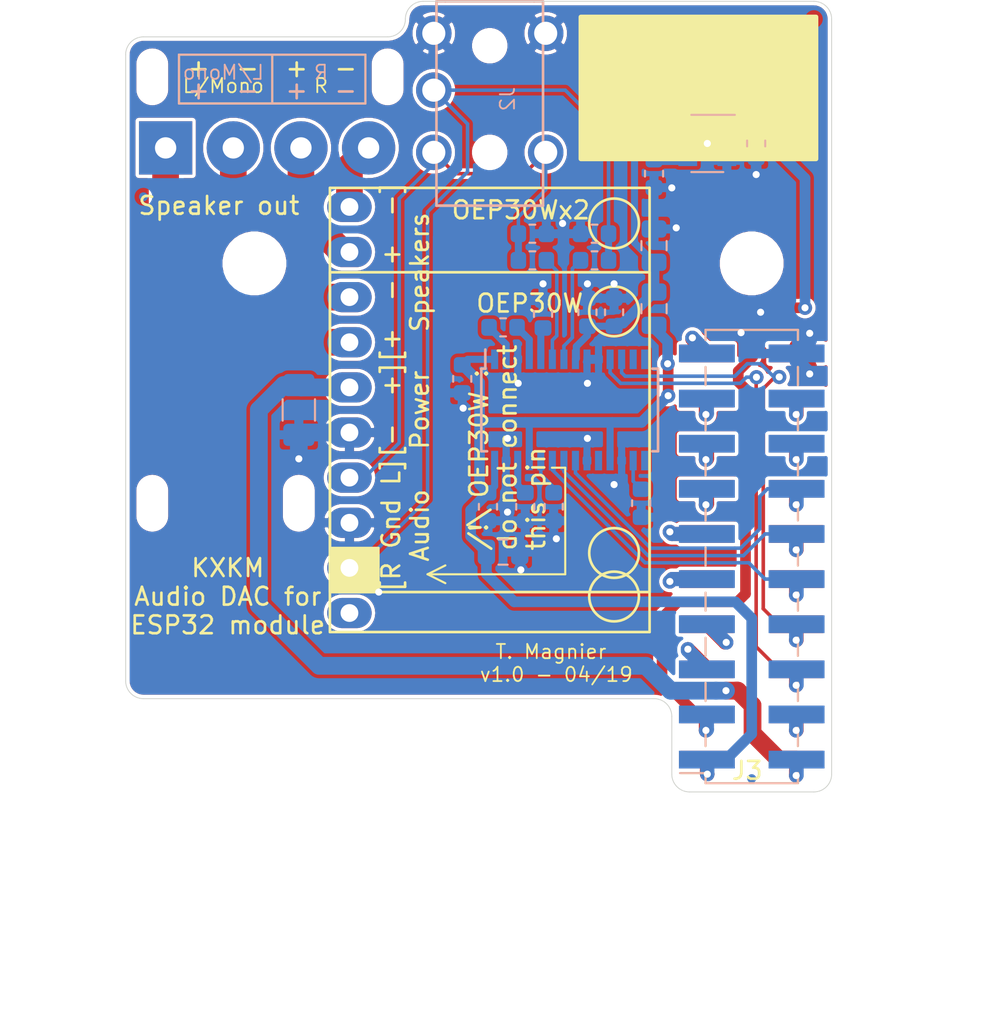
<source format=kicad_pcb>
(kicad_pcb (version 20171130) (host pcbnew 5.1.0)
  (title_block (title "Audio board for ESP32 module") (date 2019-04-09) (rev 1.0) (company KXKM) (comment 1 "Tom Magnier"))
  (layers (0 F.Cu signal hide) (31 B.Cu signal hide) (34 B.Paste user hide) (35 F.Paste user hide) (36 B.SilkS user hide) (37 F.SilkS user hide) (38 B.Mask user hide) (39 F.Mask user hide) (44 Edge.Cuts user))
  (net 0 "")
  (net 1 VBUS)
  (net 2 GND)
  (net 3 "Net-(C2-Pad2)")
  (net 4 +3V3)
  (net 5 +3.3VA)
  (net 6 "Net-(C9-Pad2)")
  (net 7 "Net-(C9-Pad1)")
  (net 8 "Net-(C10-Pad1)")
  (net 9 "Net-(C11-Pad1)")
  (net 10 /Audio/AUDIO_R)
  (net 11 /Audio/AUDIO_L)
  (net 12 +VSW)
  (net 13 /DMX_RO)
  (net 14 /LED_D2)
  (net 15 /DMX_DI)
  (net 16 /LED_D1)
  (net 17 /DMX_DE)
  (net 18 /I2S_LRCK)
  (net 19 /SPI_CS)
  (net 20 /I2S_DATA)
  (net 21 /SPI_MOSI)
  (net 22 /I2S_BCK)
  (net 23 /SPI_MISO)
  (net 24 /I2C_SCL)
  (net 25 /SPI_SCK)
  (net 26 /I2C_SDA)
  (net 27 /ADC)
  (net 28 +BATT)
  (net 29 "Net-(R1-Pad2)")
  (net 30 "Net-(R2-Pad2)")
  (net 31 /Audio/ADDR_1)
  (net 32 /Audio/ADDR_2)
  (net 33 "Net-(U2-Pad19)")
  (net 34 "Net-(U2-Pad15)")
  (net 35 "Net-(U2-Pad14)")
  (net 36 "Net-(U2-Pad13)")
  (net 37 "Net-(U4-Pad10)")
  (net 38 "Net-(J4-Pad4)")
  (net 39 "Net-(J4-Pad3)")
  (net 40 "Net-(J4-Pad2)")
  (net 41 "Net-(J4-Pad1)")
  (module tom_kicad_lib:Audio_amp_OEP30W (layer F.Cu) (at 157.5 96.75 270)
    (fp_text reference U3 hide)
    (fp_text value Audio_amp_OEP30W hide)
    (pad 4 smd circle (at -6.8 -7 270) (size 3.8 3.8) (layers F.Cu F.Paste F.Mask) (net 2 GND))
    (pad 4 smd circle (at 6.8 -7 270) (size 3.8 3.8) (layers F.Cu F.Paste F.Mask) (net 2 GND))
  )
  (module tom_kicad_lib:Audio_amp_OEP30Wx2 (layer F.Cu) (at 157.5 95.5 270)
    (fp_text reference U4 hide)
    (fp_text value Audio_amp_OEP30Wx2 hide)
    (pad 1 thru_hole oval (at -11.43 7.9 270) (size 1.7 2.5) (drill 1) (layers *.Cu *.Mask) (net 38 "Net-(J4-Pad4)"))
    (pad 2 thru_hole oval (at -8.89 7.9 270) (size 1.7 2.5) (drill 1) (layers *.Cu *.Mask) (net 39 "Net-(J4-Pad3)"))
    (pad 3 thru_hole oval (at -6.35 7.9 270) (size 1.7 2.5) (drill 1) (layers *.Cu *.Mask) (net 40 "Net-(J4-Pad2)"))
    (pad 4 thru_hole oval (at -3.81 7.9 270) (size 1.7 2.5) (drill 1) (layers *.Cu *.Mask) (net 41 "Net-(J4-Pad1)"))
    (pad 5 thru_hole oval (at -1.27 7.9 270) (size 1.7 2.5) (drill 1) (layers *.Cu *.Mask) (net 12 +VSW))
    (pad 6 thru_hole oval (at 1.27 7.9 270) (size 1.7 2.5) (drill 1) (layers *.Cu *.Mask) (net 2 GND))
    (pad 7 thru_hole oval (at 3.81 7.9 270) (size 1.7 2.5) (drill 1) (layers *.Cu *.Mask) (net 11 /Audio/AUDIO_L))
    (pad 8 thru_hole oval (at 6.35 7.9 270) (size 1.7 2.5) (drill 1) (layers *.Cu *.Mask) (net 2 GND))
    (pad 9 thru_hole oval (at 8.89 7.9 270) (size 1.7 2.5) (drill 1) (layers *.Cu *.Mask) (net 10 /Audio/AUDIO_R))
    (pad 10 thru_hole oval (at 11.43 7.9 270) (size 1.7 2.5) (drill 1) (layers *.Cu *.Mask) (net 37 "Net-(U4-Pad10)"))
    (pad 6 smd circle (at -10.5 -7 270) (size 3.8 3.8) (layers F.Cu F.Paste F.Mask) (net 2 GND))
    (pad 6 smd circle (at 10.5 -7 270) (size 3.8 3.8) (layers F.Cu F.Paste F.Mask) (net 2 GND))
  )
  (module Capacitor_SMD:C_0603_1608Metric (layer B.Cu) (at 158.25 90.85)
    (fp_text reference C9)
    (fp_text value 2.2uF/25V hide)
    (pad 2 smd roundrect (at 0.7875 0) (size 0.875 0.95) (layers B.Cu B.Paste B.Mask) (net 6 "Net-(C9-Pad2)"))
    (pad 1 smd roundrect (at -0.7875 0) (size 0.875 0.95) (layers B.Cu B.Paste B.Mask) (net 7 "Net-(C9-Pad1)"))
  )
  (module MountingHole:MountingHole_2.5mm (layer F.Cu) (at 138.5 100.75)
    (fp_text reference REF** hide)
    (fp_text value MountingHole_2.5mm hide)
    (pad "" np_thru_hole oval (at 0 0) (size 1.4 2.8) (drill oval 1.4 2.8) (layers *.Cu *.Mask))
  )
  (module MountingHole:MountingHole_2.5mm (layer F.Cu) (at 146.75 100.75)
    (fp_text reference REF** hide)
    (fp_text value MountingHole_2.5mm hide)
    (pad "" np_thru_hole oval (at 0 0) (size 1.4 2.8) (drill oval 1.4 2.8) (layers *.Cu *.Mask))
  )
  (module MountingHole:MountingHole_2.5mm (layer F.Cu) (at 138.5 76.75)
    (fp_text reference REF** hide)
    (fp_text value MountingHole_2.5mm hide)
    (pad "" np_thru_hole oval (at 0 0) (size 1.4 2.8) (drill oval 1.4 2.8) (layers *.Cu *.Mask))
  )
  (module Connector_Wire:SolderWirePad_1x04_P3.81mm_Drill1.2mm (layer F.Cu) (at 139.25 80.75)
    (fp_text reference J4 hide)
    (fp_text value Conn_01x04 hide)
    (pad 4 thru_hole circle (at 11.43 0) (size 2.99974 2.99974) (drill 1.19888) (layers *.Cu *.Mask) (net 38 "Net-(J4-Pad4)"))
    (pad 3 thru_hole circle (at 7.62 0) (size 2.99974 2.99974) (drill 1.19888) (layers *.Cu *.Mask) (net 39 "Net-(J4-Pad3)"))
    (pad 2 thru_hole circle (at 3.81 0) (size 2.99974 2.99974) (drill 1.19888) (layers *.Cu *.Mask) (net 40 "Net-(J4-Pad2)"))
    (pad 1 thru_hole rect (at 0 0) (size 2.99974 2.99974) (drill 1.19888) (layers *.Cu *.Mask) (net 41 "Net-(J4-Pad1)"))
  )
  (module MountingHole:MountingHole_2.5mm (layer F.Cu) (at 151.75 76.75)
    (fp_text reference REF** hide)
    (fp_text value MountingHole_2.5mm hide)
    (pad "" np_thru_hole oval (at 0 0) (size 1.4 2.8) (drill oval 1.4 2.8) (layers *.Cu *.Mask))
  )
  (module Fiducial:Fiducial_0.5mm_Mask1mm (layer B.Cu) (at 138 83.5)
    (fp_text reference FID3)
    (fp_text value Fiducial hide)
    (pad "" smd circle (at 0 0) (size 0.5 0.5) (layers B.Cu B.Mask) (clearance 0.25))
  )
  (module Fiducial:Fiducial_0.5mm_Mask1mm (layer B.Cu) (at 172.25 116.25)
    (fp_text reference FID2)
    (fp_text value Fiducial hide)
    (pad "" smd circle (at 0 0) (size 0.5 0.5) (layers B.Cu B.Mask) (clearance 0.25))
  )
  (module Fiducial:Fiducial_0.5mm_Mask1mm (layer B.Cu) (at 175.75 73.5)
    (fp_text reference FID1)
    (fp_text value Fiducial hide)
    (pad "" smd circle (at 0 0) (size 0.5 0.5) (layers B.Cu B.Mask) (clearance 0.25))
  )
  (module Inductor_SMD:L_0805_2012Metric (layer B.Cu) (at 166.75 89.8 270)
    (fp_text reference FB1)
    (fp_text value Ferrite/60R/3A hide)
    (pad 2 smd roundrect (at 0.9375 0 270) (size 0.975 1.4) (layers B.Cu B.Paste B.Mask) (net 4 +3V3))
    (pad 1 smd roundrect (at -0.9375 0 270) (size 0.975 1.4) (layers B.Cu B.Paste B.Mask) (net 5 +3.3VA))
  )
  (module Package_TO_SOT_SMD:SOT-23-5 (layer B.Cu) (at 169.75 80.5 180)
    (fp_text reference U1)
    (fp_text value DNP/TPS79133DBVR hide)
    (pad 5 smd rect (at 1.1 0.95 180) (size 1.06 0.65) (layers B.Cu B.Paste B.Mask) (net 5 +3.3VA))
    (pad 4 smd rect (at 1.1 -0.95 180) (size 1.06 0.65) (layers B.Cu B.Paste B.Mask) (net 3 "Net-(C2-Pad2)"))
    (pad 3 smd rect (at -1.1 -0.95 180) (size 1.06 0.65) (layers B.Cu B.Paste B.Mask) (net 2 GND))
    (pad 2 smd rect (at -1.1 0 180) (size 1.06 0.65) (layers B.Cu B.Paste B.Mask) (net 2 GND))
    (pad 1 smd rect (at -1.1 0.95 180) (size 1.06 0.65) (layers B.Cu B.Paste B.Mask) (net 1 VBUS))
  )
  (module Resistor_SMD:R_0603_1608Metric (layer B.Cu) (at 161.1 100.95 270)
    (fp_text reference R3)
    (fp_text value 10k hide)
    (pad 2 smd roundrect (at 0.7875 0 270) (size 0.875 0.95) (layers B.Cu B.Paste B.Mask) (net 2 GND))
    (pad 1 smd roundrect (at -0.7875 0 270) (size 0.875 0.95) (layers B.Cu B.Paste B.Mask) (net 31 /Audio/ADDR_1))
  )
  (module tom_kicad_lib:Jack_3.5mm_stereo_PJ-313D (layer B.Cu) (at 157.5 77 270)
    (fp_text reference J2 (at 1 -1 270) (layer B.SilkS) (effects (font (size 0.8 0.8) (thickness 0.1)) (justify mirror)))
    (fp_text value AudioJack2_Ground hide)
    (pad "" np_thru_hole circle (at -2 0 270) (size 1.6 1.6) (drill 1.6) (layers *.Cu *.Mask))
    (pad "" np_thru_hole circle (at 4 0 270) (size 1.6 1.6) (drill 1.6) (layers *.Cu *.Mask))
    (pad T thru_hole circle (at 4 -3.15 270) (size 2 2) (drill 1.3) (layers *.Cu *.Mask) (net 11 /Audio/AUDIO_L))
    (pad T thru_hole circle (at 4 3.15 270) (size 2 2) (drill 1.3) (layers *.Cu *.Mask) (net 11 /Audio/AUDIO_L))
    (pad S thru_hole circle (at 0.5 3.15 270) (size 2 2) (drill 1.3) (layers *.Cu *.Mask) (net 10 /Audio/AUDIO_R))
    (pad G thru_hole circle (at -2.7 -3.15 270) (size 2 2) (drill 1.3) (layers *.Cu *.Mask) (net 2 GND))
    (pad G thru_hole circle (at -2.7 3.15 270) (size 2 2) (drill 1.3) (layers *.Cu *.Mask) (net 2 GND))
  )
  (module Connector_PinHeader_2.54mm:PinHeader_2x10_P2.54mm_Vertical_SMD (layer B.Cu) (at 172.25 103.75)
    (fp_text reference J1 hide)
    (fp_text value Conn_02x10_Odd_Even hide)
    (pad 20 smd rect (at 2.525 -11.43) (size 3.15 1) (layers B.Cu B.Paste B.Mask) (net 2 GND))
    (pad 19 smd rect (at -2.525 -11.43) (size 3.15 1) (layers B.Cu B.Paste B.Mask) (net 13 /DMX_RO))
    (pad 18 smd rect (at 2.525 -8.89) (size 3.15 1) (layers B.Cu B.Paste B.Mask) (net 14 /LED_D2))
    (pad 17 smd rect (at -2.525 -8.89) (size 3.15 1) (layers B.Cu B.Paste B.Mask) (net 15 /DMX_DI))
    (pad 16 smd rect (at 2.525 -6.35) (size 3.15 1) (layers B.Cu B.Paste B.Mask) (net 16 /LED_D1))
    (pad 15 smd rect (at -2.525 -6.35) (size 3.15 1) (layers B.Cu B.Paste B.Mask) (net 17 /DMX_DE))
    (pad 14 smd rect (at 2.525 -3.81) (size 3.15 1) (layers B.Cu B.Paste B.Mask) (net 22 /I2S_BCK))
    (pad 13 smd rect (at -2.525 -3.81) (size 3.15 1) (layers B.Cu B.Paste B.Mask) (net 19 /SPI_CS))
    (pad 12 smd rect (at 2.525 -1.27) (size 3.15 1) (layers B.Cu B.Paste B.Mask) (net 20 /I2S_DATA))
    (pad 11 smd rect (at -2.525 -1.27) (size 3.15 1) (layers B.Cu B.Paste B.Mask) (net 21 /SPI_MOSI))
    (pad 10 smd rect (at 2.525 1.27) (size 3.15 1) (layers B.Cu B.Paste B.Mask) (net 18 /I2S_LRCK))
    (pad 9 smd rect (at -2.525 1.27) (size 3.15 1) (layers B.Cu B.Paste B.Mask) (net 23 /SPI_MISO))
    (pad 8 smd rect (at 2.525 3.81) (size 3.15 1) (layers B.Cu B.Paste B.Mask) (net 24 /I2C_SCL))
    (pad 7 smd rect (at -2.525 3.81) (size 3.15 1) (layers B.Cu B.Paste B.Mask) (net 25 /SPI_SCK))
    (pad 6 smd rect (at 2.525 6.35) (size 3.15 1) (layers B.Cu B.Paste B.Mask) (net 26 /I2C_SDA))
    (pad 5 smd rect (at -2.525 6.35) (size 3.15 1) (layers B.Cu B.Paste B.Mask) (net 27 /ADC))
    (pad 4 smd rect (at 2.525 8.89) (size 3.15 1) (layers B.Cu B.Paste B.Mask) (net 28 +BATT))
    (pad 3 smd rect (at -2.525 8.89) (size 3.15 1) (layers B.Cu B.Paste B.Mask) (net 1 VBUS))
    (pad 2 smd rect (at 2.525 11.43) (size 3.15 1) (layers B.Cu B.Paste B.Mask) (net 12 +VSW))
    (pad 1 smd rect (at -2.525 11.43) (size 3.15 1) (layers B.Cu B.Paste B.Mask) (net 4 +3V3))
  )
  (module Connector_PinSocket_2.54mm:PinSocket_2x10_P2.54mm_Vertical_SMD (layer F.Cu) (at 172.25 103.75 180)
    (fp_text reference J3 (at 0.25 -12.05 180) (layer F.SilkS))
    (fp_text value Conn_02x10_Odd_Even hide)
    (pad 20 smd rect (at -2.52 11.43 180) (size 3 1) (layers F.Cu F.Paste F.Mask) (net 2 GND))
    (pad 19 smd rect (at 2.52 11.43 180) (size 3 1) (layers F.Cu F.Paste F.Mask) (net 13 /DMX_RO))
    (pad 18 smd rect (at -2.52 8.89 180) (size 3 1) (layers F.Cu F.Paste F.Mask) (net 14 /LED_D2))
    (pad 17 smd rect (at 2.52 8.89 180) (size 3 1) (layers F.Cu F.Paste F.Mask) (net 15 /DMX_DI))
    (pad 16 smd rect (at -2.52 6.35 180) (size 3 1) (layers F.Cu F.Paste F.Mask) (net 16 /LED_D1))
    (pad 15 smd rect (at 2.52 6.35 180) (size 3 1) (layers F.Cu F.Paste F.Mask) (net 17 /DMX_DE))
    (pad 14 smd rect (at -2.52 3.81 180) (size 3 1) (layers F.Cu F.Paste F.Mask) (net 22 /I2S_BCK))
    (pad 13 smd rect (at 2.52 3.81 180) (size 3 1) (layers F.Cu F.Paste F.Mask) (net 19 /SPI_CS))
    (pad 12 smd rect (at -2.52 1.27 180) (size 3 1) (layers F.Cu F.Paste F.Mask) (net 20 /I2S_DATA))
    (pad 11 smd rect (at 2.52 1.27 180) (size 3 1) (layers F.Cu F.Paste F.Mask) (net 21 /SPI_MOSI))
    (pad 10 smd rect (at -2.52 -1.27 180) (size 3 1) (layers F.Cu F.Paste F.Mask) (net 18 /I2S_LRCK))
    (pad 9 smd rect (at 2.52 -1.27 180) (size 3 1) (layers F.Cu F.Paste F.Mask) (net 23 /SPI_MISO))
    (pad 8 smd rect (at -2.52 -3.81 180) (size 3 1) (layers F.Cu F.Paste F.Mask) (net 24 /I2C_SCL))
    (pad 7 smd rect (at 2.52 -3.81 180) (size 3 1) (layers F.Cu F.Paste F.Mask) (net 25 /SPI_SCK))
    (pad 6 smd rect (at -2.52 -6.35 180) (size 3 1) (layers F.Cu F.Paste F.Mask) (net 26 /I2C_SDA))
    (pad 5 smd rect (at 2.52 -6.35 180) (size 3 1) (layers F.Cu F.Paste F.Mask) (net 27 /ADC))
    (pad 4 smd rect (at -2.52 -8.89 180) (size 3 1) (layers F.Cu F.Paste F.Mask) (net 28 +BATT))
    (pad 3 smd rect (at 2.52 -8.89 180) (size 3 1) (layers F.Cu F.Paste F.Mask) (net 1 VBUS))
    (pad 2 smd rect (at -2.52 -11.43 180) (size 3 1) (layers F.Cu F.Paste F.Mask) (net 12 +VSW))
    (pad 1 smd rect (at 2.52 -11.43 180) (size 3 1) (layers F.Cu F.Paste F.Mask) (net 4 +3V3))
  )
  (module Capacitor_SMD:C_0603_1608Metric (layer B.Cu) (at 159.9 85.58)
    (fp_text reference C13)
    (fp_text value 2.2nF/C0G hide)
    (pad 2 smd roundrect (at 0.7875 0) (size 0.875 0.95) (layers B.Cu B.Paste B.Mask) (net 2 GND))
    (pad 1 smd roundrect (at -0.7875 0) (size 0.875 0.95) (layers B.Cu B.Paste B.Mask) (net 11 /Audio/AUDIO_L))
  )
  (module Capacitor_SMD:C_0603_1608Metric (layer B.Cu) (at 157.4 100.95 270)
    (fp_text reference C8)
    (fp_text value 0.1uF hide)
    (pad 2 smd roundrect (at 0.7875 0 270) (size 0.875 0.95) (layers B.Cu B.Paste B.Mask) (net 2 GND))
    (pad 1 smd roundrect (at -0.7875 0 270) (size 0.875 0.95) (layers B.Cu B.Paste B.Mask) (net 4 +3V3))
  )
  (module Capacitor_SMD:C_0805_2012Metric (layer B.Cu) (at 158.25 103.5)
    (fp_text reference C3)
    (fp_text value 10uF hide)
    (pad 2 smd roundrect (at 0.9375 0) (size 0.975 1.4) (layers B.Cu B.Paste B.Mask) (net 2 GND))
    (pad 1 smd roundrect (at -0.9375 0) (size 0.975 1.4) (layers B.Cu B.Paste B.Mask) (net 4 +3V3))
  )
  (module Capacitor_SMD:C_1206_3216Metric (layer B.Cu) (at 146.75 95.5 270)
    (fp_text reference C14)
    (fp_text value 10uF/50V hide)
    (pad 1 smd roundrect (at -1.4 0 270) (size 1.25 1.75) (layers B.Cu B.Paste B.Mask) (roundrect_rratio 0.2) (net 12 +VSW))
    (pad 2 smd roundrect (at 1.4 0 270) (size 1.25 1.75) (layers B.Cu B.Paste B.Mask) (roundrect_rratio 0.2) (net 2 GND))
  )
  (module Resistor_SMD:R_0603_1608Metric (layer B.Cu) (at 166.025 100.75 270)
    (fp_text reference R4)
    (fp_text value 10k hide)
    (pad 2 smd roundrect (at 0.7875 0 270) (size 0.875 0.95) (layers B.Cu B.Paste B.Mask) (net 2 GND))
    (pad 1 smd roundrect (at -0.7875 0 270) (size 0.875 0.95) (layers B.Cu B.Paste B.Mask) (net 32 /Audio/ADDR_2))
  )
  (module Package_SO:TSSOP-28_4.4x9.7mm_P0.65mm (layer B.Cu) (at 162 95.5 270)
    (fp_text reference U2)
    (fp_text value PCM5121 hide)
    (pad 28 smd rect (at 2.85 4.225 270) (size 1.1 0.4) (layers B.Cu B.Paste B.Mask) (net 4 +3V3))
    (pad 27 smd rect (at 2.85 3.575 270) (size 1.1 0.4) (layers B.Cu B.Paste B.Mask) (net 2 GND))
    (pad 26 smd rect (at 2.85 2.925 270) (size 1.1 0.4) (layers B.Cu B.Paste B.Mask) (net 9 "Net-(C11-Pad1)"))
    (pad 25 smd rect (at 2.85 2.275 270) (size 1.1 0.4) (layers B.Cu B.Paste B.Mask) (net 4 +3V3))
    (pad 24 smd rect (at 2.85 1.625 270) (size 1.1 0.4) (layers B.Cu B.Paste B.Mask) (net 31 /Audio/ADDR_1))
    (pad 23 smd rect (at 2.85 0.975 270) (size 1.1 0.4) (layers B.Cu B.Paste B.Mask) (net 18 /I2S_LRCK))
    (pad 22 smd rect (at 2.85 0.325 270) (size 1.1 0.4) (layers B.Cu B.Paste B.Mask) (net 20 /I2S_DATA))
    (pad 21 smd rect (at 2.85 -0.325 270) (size 1.1 0.4) (layers B.Cu B.Paste B.Mask) (net 22 /I2S_BCK))
    (pad 20 smd rect (at 2.85 -0.975 270) (size 1.1 0.4) (layers B.Cu B.Paste B.Mask) (net 2 GND))
    (pad 19 smd rect (at 2.85 -1.625 270) (size 1.1 0.4) (layers B.Cu B.Paste B.Mask) (net 33 "Net-(U2-Pad19)"))
    (pad 18 smd rect (at 2.85 -2.275 270) (size 1.1 0.4) (layers B.Cu B.Paste B.Mask) (net 4 +3V3))
    (pad 17 smd rect (at 2.85 -2.925 270) (size 1.1 0.4) (layers B.Cu B.Paste B.Mask) (net 2 GND))
    (pad 16 smd rect (at 2.85 -3.575 270) (size 1.1 0.4) (layers B.Cu B.Paste B.Mask) (net 32 /Audio/ADDR_2))
    (pad 15 smd rect (at 2.85 -4.225 270) (size 1.1 0.4) (layers B.Cu B.Paste B.Mask) (net 34 "Net-(U2-Pad15)"))
    (pad 14 smd rect (at -2.85 -4.225 270) (size 1.1 0.4) (layers B.Cu B.Paste B.Mask) (net 35 "Net-(U2-Pad14)"))
    (pad 13 smd rect (at -2.85 -3.575 270) (size 1.1 0.4) (layers B.Cu B.Paste B.Mask) (net 36 "Net-(U2-Pad13)"))
    (pad 12 smd rect (at -2.85 -2.925 270) (size 1.1 0.4) (layers B.Cu B.Paste B.Mask) (net 24 /I2C_SCL))
    (pad 11 smd rect (at -2.85 -2.275 270) (size 1.1 0.4) (layers B.Cu B.Paste B.Mask) (net 26 /I2C_SDA))
    (pad 10 smd rect (at -2.85 -1.625 270) (size 1.1 0.4) (layers B.Cu B.Paste B.Mask) (net 2 GND))
    (pad 9 smd rect (at -2.85 -0.975 270) (size 1.1 0.4) (layers B.Cu B.Paste B.Mask) (net 2 GND))
    (pad 8 smd rect (at -2.85 -0.325 270) (size 1.1 0.4) (layers B.Cu B.Paste B.Mask) (net 5 +3.3VA))
    (pad 7 smd rect (at -2.85 0.325 270) (size 1.1 0.4) (layers B.Cu B.Paste B.Mask) (net 30 "Net-(R2-Pad2)"))
    (pad 6 smd rect (at -2.85 0.975 270) (size 1.1 0.4) (layers B.Cu B.Paste B.Mask) (net 29 "Net-(R1-Pad2)"))
    (pad 5 smd rect (at -2.85 1.625 270) (size 1.1 0.4) (layers B.Cu B.Paste B.Mask) (net 8 "Net-(C10-Pad1)"))
    (pad 4 smd rect (at -2.85 2.275 270) (size 1.1 0.4) (layers B.Cu B.Paste B.Mask) (net 6 "Net-(C9-Pad2)"))
    (pad 3 smd rect (at -2.85 2.925 270) (size 1.1 0.4) (layers B.Cu B.Paste B.Mask) (net 2 GND))
    (pad 2 smd rect (at -2.85 3.575 270) (size 1.1 0.4) (layers B.Cu B.Paste B.Mask) (net 7 "Net-(C9-Pad1)"))
    (pad 1 smd rect (at -2.85 4.225 270) (size 1.1 0.4) (layers B.Cu B.Paste B.Mask) (net 4 +3V3))
  )
  (module Resistor_SMD:R_0603_1608Metric (layer B.Cu) (at 163.4 87.08 180)
    (fp_text reference R2)
    (fp_text value 470R/1% hide)
    (pad 1 smd roundrect (at -0.7875 0 180) (size 0.875 0.95) (layers B.Cu B.Paste B.Mask) (net 10 /Audio/AUDIO_R))
    (pad 2 smd roundrect (at 0.7875 0 180) (size 0.875 0.95) (layers B.Cu B.Paste B.Mask) (net 30 "Net-(R2-Pad2)"))
  )
  (module Resistor_SMD:R_0603_1608Metric (layer B.Cu) (at 159.9 87.08)
    (fp_text reference R1)
    (fp_text value 470R/1% hide)
    (pad 2 smd roundrect (at 0.7875 0) (size 0.875 0.95) (layers B.Cu B.Paste B.Mask) (net 29 "Net-(R1-Pad2)"))
    (pad 1 smd roundrect (at -0.7875 0) (size 0.875 0.95) (layers B.Cu B.Paste B.Mask) (net 11 /Audio/AUDIO_L))
  )
  (module Capacitor_SMD:C_0603_1608Metric (layer B.Cu) (at 163.4 85.58 180)
    (fp_text reference C12)
    (fp_text value 2.2nF/C0G hide)
    (pad 2 smd roundrect (at 0.7875 0 180) (size 0.875 0.95) (layers B.Cu B.Paste B.Mask) (net 2 GND))
    (pad 1 smd roundrect (at -0.7875 0 180) (size 0.875 0.95) (layers B.Cu B.Paste B.Mask) (net 10 /Audio/AUDIO_R))
  )
  (module Capacitor_SMD:C_0603_1608Metric (layer B.Cu) (at 159.5 100.95 270)
    (fp_text reference C11)
    (fp_text value 0.1uF hide)
    (pad 1 smd roundrect (at -0.7875 0 270) (size 0.875 0.95) (layers B.Cu B.Paste B.Mask) (net 9 "Net-(C11-Pad1)"))
    (pad 2 smd roundrect (at 0.7875 0 270) (size 0.875 0.95) (layers B.Cu B.Paste B.Mask) (net 2 GND))
  )
  (module Capacitor_SMD:C_0603_1608Metric (layer B.Cu) (at 160.5 90.1 90)
    (fp_text reference C10)
    (fp_text value 2.2uF/25V hide)
    (pad 2 smd roundrect (at 0.7875 0 90) (size 0.875 0.95) (layers B.Cu B.Paste B.Mask) (net 2 GND))
    (pad 1 smd roundrect (at -0.7875 0 90) (size 0.875 0.95) (layers B.Cu B.Paste B.Mask) (net 8 "Net-(C10-Pad1)"))
  )
  (module Capacitor_SMD:C_0603_1608Metric (layer B.Cu) (at 163 90 90)
    (fp_text reference C7)
    (fp_text value 0.1uF hide)
    (pad 2 smd roundrect (at 0.7875 0 90) (size 0.875 0.95) (layers B.Cu B.Paste B.Mask) (net 2 GND))
    (pad 1 smd roundrect (at -0.7875 0 90) (size 0.875 0.95) (layers B.Cu B.Paste B.Mask) (net 5 +3.3VA))
  )
  (module Capacitor_SMD:C_0603_1608Metric (layer B.Cu) (at 155.95 93.75 270)
    (fp_text reference C6)
    (fp_text value 0.1uF hide)
    (pad 2 smd roundrect (at 0.7875 0 270) (size 0.875 0.95) (layers B.Cu B.Paste B.Mask) (net 2 GND))
    (pad 1 smd roundrect (at -0.7875 0 270) (size 0.875 0.95) (layers B.Cu B.Paste B.Mask) (net 4 +3V3))
  )
  (module Capacitor_SMD:C_0805_2012Metric (layer B.Cu) (at 166.75 86.25 90)
    (fp_text reference C5)
    (fp_text value 10uF hide)
    (pad 2 smd roundrect (at 0.9375 0 90) (size 0.975 1.4) (layers B.Cu B.Paste B.Mask) (net 2 GND))
    (pad 1 smd roundrect (at -0.9375 0 90) (size 0.975 1.4) (layers B.Cu B.Paste B.Mask) (net 5 +3.3VA))
  )
  (module Capacitor_SMD:C_0603_1608Metric (layer B.Cu) (at 164.5 90 90)
    (fp_text reference C4)
    (fp_text value 1uF hide)
    (pad 2 smd roundrect (at 0.7875 0 90) (size 0.875 0.95) (layers B.Cu B.Paste B.Mask) (net 2 GND))
    (pad 1 smd roundrect (at -0.7875 0 90) (size 0.875 0.95) (layers B.Cu B.Paste B.Mask) (net 5 +3.3VA))
  )
  (module Capacitor_SMD:C_0603_1608Metric (layer B.Cu) (at 166.75 82.2 90)
    (fp_text reference C2)
    (fp_text value 10nF hide)
    (pad 2 smd roundrect (at 0.7875 0 90) (size 0.875 0.95) (layers B.Cu B.Paste B.Mask) (net 3 "Net-(C2-Pad2)"))
    (pad 1 smd roundrect (at -0.7875 0 90) (size 0.875 0.95) (layers B.Cu B.Paste B.Mask) (net 2 GND))
  )
  (module Capacitor_SMD:C_0603_1608Metric (layer B.Cu) (at 172.5 80.5 90)
    (fp_text reference C1)
    (fp_text value 0.1uF hide)
    (pad 2 smd roundrect (at 0.7875 0 90) (size 0.875 0.95) (layers B.Cu B.Paste B.Mask) (net 1 VBUS))
    (pad 1 smd roundrect (at -0.7875 0 90) (size 0.875 0.95) (layers B.Cu B.Paste B.Mask) (net 2 GND))
  )
  (module MountingHole:MountingHole_3.2mm_M3 (layer F.Cu) (at 172.25 87.25)
    (fp_text reference H2 hide)
    (fp_text value MountingHole hide)
    (pad 1 np_thru_hole circle (at 0 0) (size 3.2 3.2) (drill 3.2) (layers *.Cu *.Mask))
  )
  (module MountingHole:MountingHole_3.2mm_M3 (layer F.Cu) (at 144.25 87.25)
    (fp_text reference H1 hide)
    (fp_text value MountingHole hide)
    (pad 1 np_thru_hole circle (at 0 0) (size 3.2 3.2) (drill 3.2) (layers *.Cu *.Mask))
  )
  (gr_line (start 145.25 75.5) (end 140 75.5) (layer B.SilkS) (width 0.12))
  (gr_text "-  +  -  +" (at 145.25 77.5) (layer B.SilkS) (effects (font (size 1 1)) (justify mirror)))
  (gr_text L/Mono (at 142.5 76.5) (layer B.SilkS) (effects (font (size 0.8 0.8) (thickness 0.1)) (justify mirror)))
  (gr_line (start 140 75.5) (end 140 78.25) (layer B.SilkS) (width 0.12))
  (gr_line (start 145.25 75.5) (end 150.5 75.5) (layer B.SilkS) (width 0.12))
  (gr_line (start 150.5 75.5) (end 150.5 78.25) (layer B.SilkS) (width 0.12))
  (gr_line (start 145.25 78.25) (end 145.25 75.5) (layer B.SilkS) (width 0.12))
  (gr_text R (at 148 76.5) (layer B.SilkS) (effects (font (size 0.8 0.8) (thickness 0.1)) (justify mirror)))
  (gr_line (start 140 78.25) (end 150.5 78.25) (layer B.SilkS) (width 0.12))
  (gr_line (start 145.25 78.25) (end 150.5 78.25) (layer F.SilkS) (width 0.12))
  (gr_line (start 150.5 78.25) (end 150.5 75.5) (layer F.SilkS) (width 0.12))
  (gr_line (start 140 75.5) (end 150.5 75.5) (layer F.SilkS) (width 0.12))
  (gr_line (start 140 78.25) (end 140 75.5) (layer F.SilkS) (width 0.12))
  (gr_line (start 145.25 78.25) (end 140 78.25) (layer F.SilkS) (width 0.12))
  (gr_line (start 145.25 75.5) (end 145.25 78.25) (layer F.SilkS) (width 0.12))
  (gr_text R (at 148 77.25) (layer F.SilkS) (effects (font (size 0.8 0.8) (thickness 0.1))))
  (gr_text L/Mono (at 142.5 77.25) (layer F.SilkS) (effects (font (size 0.8 0.8) (thickness 0.1))))
  (gr_text "+  -  +  -" (at 145.25 76.25) (layer F.SilkS) (effects (font (size 1 1))))
  (gr_text "Speaker out" (at 142.25 84) (layer F.SilkS) (effects (font (size 1 1))))
  (gr_poly (pts (xy 148.5 105.75) (xy 148.5 103.25) (xy 151.25 103.25) (xy 151.25 105.75)) (layer F.SilkS) (width 0.1))
  (gr_line (start 154 104.75) (end 155 104.25) (layer F.SilkS) (width 0.12))
  (gr_line (start 154 104.75) (end 155 105.25) (layer F.SilkS) (width 0.12))
  (gr_line (start 161.75 104.75) (end 154 104.75) (layer F.SilkS) (width 0.12))
  (gr_line (start 161.75 98.75) (end 161.75 104.75) (layer F.SilkS) (width 0.12))
  (gr_line (start 161 98.75) (end 161.75 98.75) (layer F.SilkS) (width 0.12))
  (gr_text "/!\\ OEP30W :\ndo not connect\nthis pin" (at 158.5 103.5 90) (layer F.SilkS) (effects (font (size 1 1)) (justify left)))
  (gr_text "T. Magnier \nv1.0 - 04/19" (at 161.25 109.75) (layer F.SilkS) (effects (font (size 0.8 0.8) (thickness 0.1))))
  (gr_text "KXKM\nAudio DAC for\nESP32 module" (at 142.75 106) (layer F.SilkS) (effects (font (size 1 1))))
  (gr_text "[+  - +  -]\nSpeakers" (at 152.75 87.75 90) (layer F.SilkS) (effects (font (size 1 1))))
  (gr_text OEP30Wx2 (at 159.25 84.25) (layer F.SilkS) (effects (font (size 1 1))))
  (gr_text OEP30W (at 159.75 89.5) (layer F.SilkS) (effects (font (size 1 1))))
  (gr_text "[-  +]\nPower" (at 152.75 95.5 90) (layer F.SilkS) (effects (font (size 1 1))))
  (gr_text "[R Gnd L]\nAudio" (at 152.75 102 90) (layer F.SilkS) (effects (font (size 1 1))))
  (gr_line (start 151.75 74.5) (end 138 74.5) (layer Edge.Cuts) (width 0.05))
  (gr_arc (start 151.75 73.5) (end 151.75 74.5) (angle -90) (layer Edge.Cuts) (width 0.05))
  (gr_arc (start 153.75 73.5) (end 153.75 72.5) (angle -90) (layer Edge.Cuts) (width 0.05))
  (gr_line (start 176.75 116) (end 176.75 73.5) (layer Edge.Cuts) (width 0.05))
  (gr_arc (start 138 75.5) (end 138 74.5) (angle -90) (layer Edge.Cuts) (width 0.05))
  (gr_arc (start 138 110.75) (end 137 110.75) (angle -90) (layer Edge.Cuts) (width 0.05))
  (gr_arc (start 166.75 112.75) (end 167.75 112.75) (angle -90) (layer Edge.Cuts) (width 0.05))
  (gr_arc (start 168.75 116) (end 167.75 116) (angle -90) (layer Edge.Cuts) (width 0.05))
  (gr_arc (start 175.75 116) (end 175.75 117) (angle -90) (layer Edge.Cuts) (width 0.05))
  (gr_arc (start 175.75 73.5) (end 176.75 73.5) (angle -90) (layer Edge.Cuts) (width 0.05))
  (gr_line (start 168.75 117) (end 175.75 117) (layer Edge.Cuts) (width 0.05))
  (gr_line (start 167.75 112.75) (end 167.75 116) (layer Edge.Cuts) (width 0.05))
  (gr_line (start 138 111.75) (end 166.75 111.75) (layer Edge.Cuts) (width 0.05))
  (gr_line (start 137 75.5) (end 137 110.75) (layer Edge.Cuts) (width 0.05))
  (gr_line (start 175.75 72.5) (end 153.75 72.5) (layer Edge.Cuts) (width 0.05))
  (segment (start 172.3375 79.55) (end 172.5 79.7125) (width 0.6) (layer B.Cu) (net 1))
  (segment (start 170.85 79.55) (end 172.3375 79.55) (width 0.6) (layer B.Cu) (net 1))
  (via (at 175.250008 89.75) (size 0.8) (drill 0.4) (layers F.Cu B.Cu) (net 1))
  (segment (start 168.1 106.3) (end 171.45 106.3) (width 0.6) (layer F.Cu) (net 1))
  (segment (start 174.434299 89.75) (end 174.684323 89.75) (width 0.6) (layer F.Cu) (net 1))
  (segment (start 174.684323 89.75) (end 175.250008 89.75) (width 0.6) (layer F.Cu) (net 1))
  (segment (start 169.14 112.64) (end 167.2 110.7) (width 0.6) (layer F.Cu) (net 1))
  (segment (start 172.3 92.512132) (end 172.3 91.884299) (width 0.6) (layer F.Cu) (net 1))
  (segment (start 175.250008 89.184315) (end 175.250008 89.75) (width 0.6) (layer B.Cu) (net 1))
  (segment (start 172.3 91.884299) (end 174.434299 89.75) (width 0.6) (layer F.Cu) (net 1))
  (segment (start 172.5 79.7125) (end 175.250008 82.462508) (width 0.6) (layer B.Cu) (net 1))
  (segment (start 171.45 106.3) (end 171.89999 105.85001) (width 0.6) (layer F.Cu) (net 1))
  (segment (start 167.2 107.2) (end 168.1 106.3) (width 0.6) (layer F.Cu) (net 1))
  (segment (start 169.73 112.64) (end 169.14 112.64) (width 0.6) (layer F.Cu) (net 1))
  (segment (start 175.250008 82.462508) (end 175.250008 89.184315) (width 0.6) (layer B.Cu) (net 1))
  (segment (start 171.492131 93.320001) (end 172.3 92.512132) (width 0.6) (layer F.Cu) (net 1))
  (segment (start 171.89999 94.315728) (end 171.492131 93.907869) (width 0.6) (layer F.Cu) (net 1))
  (segment (start 171.89999 105.85001) (end 171.89999 94.315728) (width 0.6) (layer F.Cu) (net 1))
  (segment (start 167.2 110.7) (end 167.2 107.2) (width 0.6) (layer F.Cu) (net 1))
  (segment (start 171.492131 93.907869) (end 171.492131 93.320001) (width 0.6) (layer F.Cu) (net 1))
  (via (at 169.672 113.538) (size 0.8) (drill 0.4) (layers F.Cu B.Cu) (net 1))
  (segment (start 169.725 112.64) (end 169.725 113.485) (width 0.8) (layer B.Cu) (net 1))
  (segment (start 169.725 113.485) (end 169.672 113.538) (width 0.8) (layer B.Cu) (net 1))
  (segment (start 169.672 112.698) (end 169.73 112.64) (width 0.8) (layer F.Cu) (net 1))
  (segment (start 169.672 113.538) (end 169.672 112.698) (width 0.8) (layer F.Cu) (net 1))
  (segment (start 154.722003 79.300001) (end 152.949999 79.300001) (width 0.4) (layer B.Cu) (net 2))
  (segment (start 155.5 81.922002) (end 155.750001 81.672001) (width 0.4) (layer B.Cu) (net 2))
  (segment (start 153.000011 84.499989) (end 155.5 82) (width 0.4) (layer B.Cu) (net 2))
  (segment (start 155.5 82) (end 155.5 81.922002) (width 0.4) (layer B.Cu) (net 2))
  (segment (start 155.750001 80.327999) (end 154.722003 79.300001) (width 0.4) (layer B.Cu) (net 2))
  (segment (start 155.750001 81.672001) (end 155.750001 80.327999) (width 0.4) (layer B.Cu) (net 2))
  (segment (start 153.000011 100.099989) (end 153.000011 98.250011) (width 0.4) (layer B.Cu) (net 2))
  (segment (start 151.25 101.85) (end 153.000011 100.099989) (width 0.4) (layer B.Cu) (net 2))
  (segment (start 149.6 101.85) (end 151.25 101.85) (width 0.4) (layer B.Cu) (net 2))
  (segment (start 153.000011 98.250011) (end 153.000011 84.499989) (width 0.4) (layer B.Cu) (net 2))
  (segment (start 153.000891 103.999109) (end 151.25 105.75) (width 0.2) (layer B.Cu) (net 2))
  (via (at 151.25 105.75) (size 0.8) (drill 0.4) (layers F.Cu B.Cu) (net 2))
  (segment (start 146.88 96.77) (end 146.75 96.9) (width 1) (layer B.Cu) (net 2))
  (segment (start 149.6 96.77) (end 146.88 96.77) (width 1) (layer B.Cu) (net 2))
  (via (at 146.75 98.25) (size 0.8) (drill 0.4) (layers F.Cu B.Cu) (net 2))
  (segment (start 146.75 96.9) (end 146.75 98.25) (width 1) (layer B.Cu) (net 2))
  (via (at 161.25 102.75) (size 0.8) (drill 0.4) (layers F.Cu B.Cu) (net 2))
  (segment (start 161.1 101.7375) (end 161.1 102.6) (width 0.4) (layer B.Cu) (net 2))
  (segment (start 161.1 102.6) (end 161.25 102.75) (width 0.4) (layer B.Cu) (net 2))
  (segment (start 159.1875 104.4375) (end 159.25 104.5) (width 0.4) (layer B.Cu) (net 2))
  (segment (start 159.1875 103.5) (end 159.1875 104.4375) (width 0.4) (layer B.Cu) (net 2))
  (via (at 159.25 104.5) (size 0.8) (drill 0.4) (layers F.Cu B.Cu) (net 2))
  (via (at 158.5 101.250004) (size 0.8) (drill 0.4) (layers F.Cu B.Cu) (net 2))
  (segment (start 158.425 98.35) (end 158.425 101.175004) (width 0.4) (layer B.Cu) (net 2))
  (segment (start 158.425 101.175004) (end 158.5 101.250004) (width 0.4) (layer B.Cu) (net 2))
  (via (at 156 95.4) (size 0.8) (drill 0.4) (layers F.Cu B.Cu) (net 2))
  (segment (start 155.95 94.5375) (end 155.95 95.35) (width 0.4) (layer B.Cu) (net 2))
  (segment (start 155.95 95.35) (end 156 95.4) (width 0.4) (layer B.Cu) (net 2))
  (via (at 159.1 94) (size 0.8) (drill 0.4) (layers F.Cu B.Cu) (net 2))
  (segment (start 159.075 92.65) (end 159.075 93.975) (width 0.4) (layer B.Cu) (net 2))
  (segment (start 159.075 93.975) (end 159.1 94) (width 0.4) (layer B.Cu) (net 2))
  (via (at 158.5 97.1) (size 0.8) (drill 0.4) (layers F.Cu B.Cu) (net 2))
  (segment (start 158.425 98.35) (end 158.425 97.175) (width 0.4) (layer B.Cu) (net 2))
  (segment (start 158.425 97.175) (end 158.5 97.1) (width 0.4) (layer B.Cu) (net 2))
  (via (at 163 94) (size 0.8) (drill 0.4) (layers F.Cu B.Cu) (net 2))
  (segment (start 162.975 92.65) (end 162.975 93.975) (width 0.4) (layer B.Cu) (net 2))
  (segment (start 162.975 93.975) (end 163 94) (width 0.4) (layer B.Cu) (net 2))
  (via (at 163 97.1) (size 0.8) (drill 0.4) (layers F.Cu B.Cu) (net 2))
  (segment (start 162.975 98.35) (end 162.975 97.125) (width 0.2) (layer B.Cu) (net 2))
  (segment (start 162.975 97.125) (end 163 97.1) (width 0.2) (layer B.Cu) (net 2))
  (via (at 160.5 88.4) (size 0.8) (drill 0.4) (layers F.Cu B.Cu) (net 2))
  (segment (start 160.5 89.3125) (end 160.5 88.4) (width 0.4) (layer B.Cu) (net 2))
  (segment (start 158.27499 82.001012) (end 158.700001 81.576001) (width 0.4) (layer B.Cu) (net 2))
  (segment (start 159.1 89.4) (end 158.27499 88.57499) (width 0.4) (layer B.Cu) (net 2))
  (segment (start 160.5 89.3125) (end 160.4125 89.4) (width 0.4) (layer B.Cu) (net 2))
  (segment (start 158.27499 88.57499) (end 158.27499 82.001012) (width 0.4) (layer B.Cu) (net 2))
  (segment (start 160.4125 89.4) (end 159.1 89.4) (width 0.4) (layer B.Cu) (net 2))
  (via (at 163 88.4) (size 0.8) (drill 0.4) (layers F.Cu B.Cu) (net 2))
  (segment (start 163 89.2125) (end 163 88.4) (width 0.4) (layer B.Cu) (net 2))
  (via (at 164.5 88.4) (size 0.8) (drill 0.4) (layers F.Cu B.Cu) (net 2))
  (segment (start 164.5 89.2125) (end 164.5 88.4) (width 0.4) (layer B.Cu) (net 2))
  (via (at 161.6 85) (size 0.8) (drill 0.4) (layers F.Cu B.Cu) (net 2))
  (segment (start 160.6875 85.58) (end 161.02 85.58) (width 0.4) (layer B.Cu) (net 2))
  (segment (start 161.6 85) (end 161.6 87) (width 0.2) (layer B.Cu) (net 2))
  (segment (start 161.6 87) (end 161.7 87.1) (width 0.2) (layer B.Cu) (net 2))
  (segment (start 161.7 87.1) (end 161.7 91.1) (width 0.2) (layer B.Cu) (net 2))
  (segment (start 161.6 85.58) (end 161.6 85) (width 0.4) (layer B.Cu) (net 2))
  (segment (start 162.6125 85.58) (end 161.6 85.58) (width 0.4) (layer B.Cu) (net 2))
  (segment (start 162.5 79.25) (end 162.5 84.1) (width 0.4) (layer B.Cu) (net 2))
  (segment (start 162 78.75) (end 162.5 79.25) (width 0.4) (layer B.Cu) (net 2))
  (segment (start 158.700001 81.576001) (end 158.700001 79.700001) (width 0.4) (layer B.Cu) (net 2))
  (segment (start 159.650002 78.75) (end 162 78.75) (width 0.4) (layer B.Cu) (net 2))
  (segment (start 158.700001 79.700001) (end 159.650002 78.75) (width 0.4) (layer B.Cu) (net 2))
  (segment (start 161.6 85) (end 162.5 84.1) (width 0.2) (layer B.Cu) (net 2))
  (segment (start 161.6 85.58) (end 160.6875 85.58) (width 0.2) (layer B.Cu) (net 2))
  (via (at 164.5 99.7) (size 0.8) (drill 0.4) (layers F.Cu B.Cu) (net 2))
  (segment (start 164.925 98.35) (end 164.925 99.275) (width 0.4) (layer B.Cu) (net 2))
  (segment (start 164.925 99.275) (end 164.5 99.7) (width 0.4) (layer B.Cu) (net 2))
  (segment (start 164.899999 88.000001) (end 164.5 88.4) (width 0.4) (layer B.Cu) (net 2))
  (segment (start 165.02501 79.52501) (end 165.02501 87.87499) (width 0.4) (layer B.Cu) (net 2))
  (segment (start 161.700001 76.200001) (end 165.02501 79.52501) (width 0.4) (layer B.Cu) (net 2))
  (segment (start 154.35 74.3) (end 156.250001 76.200001) (width 0.4) (layer B.Cu) (net 2))
  (segment (start 165.02501 87.87499) (end 164.899999 88.000001) (width 0.4) (layer B.Cu) (net 2))
  (segment (start 156.250001 76.200001) (end 161.700001 76.200001) (width 0.4) (layer B.Cu) (net 2))
  (segment (start 166.75 82.9875) (end 167.7375 82.9875) (width 0.4) (layer B.Cu) (net 2))
  (via (at 167.75 83) (size 0.8) (drill 0.4) (layers F.Cu B.Cu) (net 2))
  (segment (start 167.7375 82.9875) (end 167.75 83) (width 0.4) (layer B.Cu) (net 2))
  (segment (start 166.75 85.3125) (end 167.9375 85.3125) (width 0.4) (layer B.Cu) (net 2))
  (via (at 168 85.25) (size 0.8) (drill 0.4) (layers F.Cu B.Cu) (net 2))
  (segment (start 167.9375 85.3125) (end 168 85.25) (width 0.4) (layer B.Cu) (net 2))
  (via (at 172.5 82.25) (size 0.8) (drill 0.4) (layers F.Cu B.Cu) (net 2))
  (segment (start 172.5 81.2875) (end 172.5 82.25) (width 0.6) (layer B.Cu) (net 2))
  (via (at 169.75 80.5) (size 0.8) (drill 0.4) (layers F.Cu B.Cu) (net 2))
  (segment (start 170.85 80.5) (end 169.75 80.5) (width 0.6) (layer B.Cu) (net 2))
  (segment (start 172.57 92.32) (end 171.649998 91.399998) (width 0.2) (layer B.Cu) (net 2))
  (segment (start 174.775 92.32) (end 172.57 92.32) (width 0.2) (layer B.Cu) (net 2))
  (via (at 175.514 93.472) (size 0.8) (drill 0.4) (layers F.Cu B.Cu) (net 2))
  (segment (start 174.775 92.32) (end 174.775 92.733) (width 0.8) (layer B.Cu) (net 2))
  (segment (start 174.775 92.733) (end 175.514 93.472) (width 0.8) (layer B.Cu) (net 2))
  (segment (start 175.514 93.064) (end 174.77 92.32) (width 0.8) (layer F.Cu) (net 2))
  (segment (start 175.514 93.472) (end 175.514 93.064) (width 0.8) (layer F.Cu) (net 2))
  (via (at 175.514 91.186) (size 0.8) (drill 0.4) (layers F.Cu B.Cu) (net 2))
  (segment (start 174.77 92.32) (end 174.77 91.93) (width 0.8) (layer F.Cu) (net 2))
  (segment (start 174.77 91.93) (end 175.514 91.186) (width 0.8) (layer F.Cu) (net 2))
  (segment (start 175.514 91.581) (end 174.775 92.32) (width 0.8) (layer B.Cu) (net 2))
  (segment (start 175.514 91.186) (end 175.514 91.581) (width 0.8) (layer B.Cu) (net 2))
  (via (at 171.649998 91.149998) (size 0.8) (drill 0.4) (layers F.Cu B.Cu) (net 2))
  (segment (start 171.649998 91.399998) (end 171.649998 91.149998) (width 0.2) (layer B.Cu) (net 2))
  (segment (start 171.649998 91.149998) (end 171.649998 91.100002) (width 0.2) (layer B.Cu) (net 2))
  (via (at 172.75 90) (size 0.8) (drill 0.4) (layers F.Cu B.Cu) (net 2))
  (segment (start 171.649998 91.100002) (end 172.75 90) (width 0.8) (layer B.Cu) (net 2))
  (segment (start 154.500011 102.499989) (end 154.500011 85.775991) (width 0.4) (layer B.Cu) (net 2))
  (segment (start 154.500011 85.775991) (end 158.700001 81.576001) (width 0.4) (layer B.Cu) (net 2))
  (segment (start 151.25 105.75) (end 154.500011 102.499989) (width 0.4) (layer B.Cu) (net 2))
  (segment (start 154.25 75.5) (end 154.25 74.4) (width 0.4) (layer B.Cu) (net 2))
  (segment (start 152.949999 77.032629) (end 152.960602 77.01182) (width 0.4) (layer B.Cu) (net 2))
  (segment (start 153.135464 76.614534) (end 154.25 75.5) (width 0.4) (layer B.Cu) (net 2))
  (segment (start 154.25 74.4) (end 154.35 74.3) (width 0.4) (layer B.Cu) (net 2))
  (segment (start 152.949999 79.300001) (end 152.949999 77.032629) (width 0.4) (layer B.Cu) (net 2))
  (segment (start 153.139746 76.625347) (end 153.135464 76.614534) (width 0.4) (layer B.Cu) (net 2))
  (segment (start 152.960602 77.01182) (end 152.974969 77.006132) (width 0.4) (layer B.Cu) (net 2))
  (segment (start 152.974969 77.006132) (end 153.139746 76.625347) (width 0.4) (layer B.Cu) (net 2))
  (segment (start 158.5 101.5) (end 158.5 101.250004) (width 0.4) (layer B.Cu) (net 2))
  (segment (start 157.4 101.7375) (end 158.2625 101.7375) (width 0.4) (layer B.Cu) (net 2))
  (segment (start 158.2625 101.7375) (end 158.5 101.5) (width 0.4) (layer B.Cu) (net 2))
  (segment (start 159.5 101.7375) (end 159.4875 101.75) (width 0.4) (layer B.Cu) (net 2))
  (segment (start 158.5 101.75) (end 158.5 101.250004) (width 0.4) (layer B.Cu) (net 2))
  (segment (start 159.4875 101.75) (end 158.5 101.75) (width 0.4) (layer B.Cu) (net 2))
  (segment (start 166.025 100.775) (end 166.025 101.5375) (width 0.2) (layer B.Cu) (net 2))
  (segment (start 165.24999 100.39613) (end 165.55387 100.70001) (width 0.2) (layer B.Cu) (net 2))
  (segment (start 164.925 99.675) (end 165.24999 99.99999) (width 0.2) (layer B.Cu) (net 2))
  (segment (start 165.55387 100.70001) (end 165.95001 100.70001) (width 0.2) (layer B.Cu) (net 2))
  (segment (start 165.24999 99.99999) (end 165.24999 100.39613) (width 0.2) (layer B.Cu) (net 2))
  (segment (start 164.925 98.35) (end 164.925 99.675) (width 0.2) (layer B.Cu) (net 2))
  (segment (start 165.95001 100.70001) (end 166.025 100.775) (width 0.2) (layer B.Cu) (net 2))
  (segment (start 152.949999 81.550001) (end 152.949999 79.300001) (width 0.4) (layer B.Cu) (net 2))
  (segment (start 151.25 83.25) (end 152.949999 81.550001) (width 0.4) (layer B.Cu) (net 2))
  (segment (start 149.6 96.77) (end 151.25 96.77) (width 0.4) (layer B.Cu) (net 2))
  (segment (start 151.25 96.77) (end 151.25 83.25) (width 0.4) (layer B.Cu) (net 2))
  (segment (start 166.6375 81.45) (end 166.6 81.4125) (width 0.6) (layer B.Cu) (net 3))
  (segment (start 168.6125 81.4125) (end 168.65 81.45) (width 0.6) (layer B.Cu) (net 3))
  (segment (start 166.75 81.4125) (end 168.6125 81.4125) (width 0.6) (layer B.Cu) (net 3))
  (segment (start 156.938388 100.624112) (end 157.4 100.1625) (width 0.6) (layer B.Cu) (net 4))
  (segment (start 156.42499 101.13751) (end 156.938388 100.624112) (width 0.6) (layer B.Cu) (net 4))
  (segment (start 157.3125 103.5) (end 156.42499 102.61249) (width 0.6) (layer B.Cu) (net 4))
  (segment (start 156.42499 102.61249) (end 156.42499 101.13751) (width 0.6) (layer B.Cu) (net 4))
  (segment (start 156.92501 93.93751) (end 156.411612 93.424112) (width 0.6) (layer B.Cu) (net 4))
  (segment (start 156.411612 93.424112) (end 155.95 92.9625) (width 0.6) (layer B.Cu) (net 4))
  (segment (start 157.4 100.1625) (end 156.92501 99.68751) (width 0.6) (layer B.Cu) (net 4))
  (segment (start 157.775 99.7875) (end 157.4 100.1625) (width 0.4) (layer B.Cu) (net 4))
  (segment (start 157.775 98.35) (end 157.775 99.7875) (width 0.4) (layer B.Cu) (net 4))
  (segment (start 156.2625 92.65) (end 155.95 92.9625) (width 0.4) (layer B.Cu) (net 4))
  (segment (start 157.775 92.65) (end 156.2625 92.65) (width 0.4) (layer B.Cu) (net 4))
  (segment (start 156.92501 99.68751) (end 156.92501 95.72501) (width 0.6) (layer B.Cu) (net 4))
  (segment (start 156.92501 95.72501) (end 156.92501 93.93751) (width 0.6) (layer B.Cu) (net 4))
  (segment (start 157 96.3) (end 157.1 96.2) (width 0.6) (layer B.Cu) (net 4))
  (segment (start 159.725 96.425) (end 159.5 96.2) (width 0.4) (layer B.Cu) (net 4))
  (segment (start 159.725 98.35) (end 159.725 96.425) (width 0.4) (layer B.Cu) (net 4))
  (segment (start 157.1 96.2) (end 159.5 96.2) (width 0.6) (layer B.Cu) (net 4))
  (segment (start 164.275 98.35) (end 164.275 96.325) (width 0.4) (layer B.Cu) (net 4))
  (segment (start 159.5 96.2) (end 164.4 96.2) (width 0.6) (layer B.Cu) (net 4))
  (segment (start 164.275 96.325) (end 164.4 96.2) (width 0.4) (layer B.Cu) (net 4))
  (via (at 167.515684 92.9) (size 0.8) (drill 0.4) (layers F.Cu B.Cu) (net 4))
  (via (at 167.545651 94.700022) (size 0.8) (drill 0.4) (layers F.Cu B.Cu) (net 4))
  (segment (start 164.4 96.2) (end 166.045673 96.2) (width 0.6) (layer B.Cu) (net 4))
  (segment (start 167.545651 92.929967) (end 167.515684 92.9) (width 0.6) (layer F.Cu) (net 4))
  (segment (start 167.145652 95.100021) (end 167.545651 94.700022) (width 0.6) (layer B.Cu) (net 4))
  (segment (start 167.545651 94.700022) (end 167.545651 92.929967) (width 0.6) (layer F.Cu) (net 4))
  (segment (start 166.045673 96.2) (end 167.145652 95.100021) (width 0.6) (layer B.Cu) (net 4))
  (segment (start 167.515684 91.653184) (end 166.6 90.7375) (width 0.6) (layer B.Cu) (net 4))
  (segment (start 167.515684 92.9) (end 167.515684 91.653184) (width 0.6) (layer B.Cu) (net 4))
  (via (at 169.75 116) (size 0.8) (drill 0.4) (layers F.Cu B.Cu) (net 4))
  (segment (start 169.73 115.18) (end 169.73 115.98) (width 0.8) (layer F.Cu) (net 4))
  (segment (start 169.73 115.98) (end 169.75 116) (width 0.8) (layer F.Cu) (net 4))
  (segment (start 169.75 115.205) (end 169.725 115.18) (width 0.8) (layer B.Cu) (net 4))
  (segment (start 169.75 116) (end 169.75 115.205) (width 0.8) (layer B.Cu) (net 4))
  (segment (start 157.3125 104.3) (end 157.3125 103.5) (width 0.6) (layer B.Cu) (net 4))
  (segment (start 169.725 115.18) (end 170.8 115.18) (width 0.6) (layer B.Cu) (net 4))
  (segment (start 158.877 106.299) (end 157.3125 104.7345) (width 0.6) (layer B.Cu) (net 4))
  (segment (start 157.3125 104.7345) (end 157.3125 104.3) (width 0.6) (layer B.Cu) (net 4))
  (segment (start 170.8 115.18) (end 172.25 113.73) (width 0.6) (layer B.Cu) (net 4))
  (segment (start 172.25 113.73) (end 172.25 107.226) (width 0.6) (layer B.Cu) (net 4))
  (segment (start 172.25 107.226) (end 171.323 106.299) (width 0.6) (layer B.Cu) (net 4))
  (segment (start 171.323 106.299) (end 158.877 106.299) (width 0.6) (layer B.Cu) (net 4))
  (segment (start 162.374999 92.600001) (end 162.374999 91.925001) (width 0.4) (layer B.Cu) (net 5))
  (segment (start 162.325 92.65) (end 162.374999 92.600001) (width 0.4) (layer B.Cu) (net 5))
  (segment (start 163 91.3) (end 163 90.7875) (width 0.4) (layer B.Cu) (net 5))
  (segment (start 162.374999 91.925001) (end 163 91.3) (width 0.4) (layer B.Cu) (net 5))
  (segment (start 163 90.7875) (end 164.5 90.7875) (width 0.4) (layer B.Cu) (net 5))
  (segment (start 166.193763 86.631263) (end 166.75 87.1875) (width 0.4) (layer B.Cu) (net 5))
  (segment (start 165.64999 86.08749) (end 166.193763 86.631263) (width 0.4) (layer B.Cu) (net 5))
  (segment (start 165.64999 81.16245) (end 165.64999 86.08749) (width 0.4) (layer B.Cu) (net 5))
  (segment (start 168.65 79.55) (end 167.26244 79.55) (width 0.4) (layer B.Cu) (net 5))
  (segment (start 167.26244 79.55) (end 165.64999 81.16245) (width 0.4) (layer B.Cu) (net 5))
  (segment (start 166.75 87.1875) (end 166.75 88.8625) (width 0.6) (layer B.Cu) (net 5))
  (segment (start 166.75 88.8625) (end 165 90.6125) (width 0.6) (layer B.Cu) (net 5))
  (segment (start 164.675 90.6125) (end 164.5 90.7875) (width 0.6) (layer B.Cu) (net 5))
  (segment (start 165 90.6125) (end 164.675 90.6125) (width 0.6) (layer B.Cu) (net 5))
  (segment (start 159.725 91.5375) (end 159.0375 90.85) (width 0.4) (layer B.Cu) (net 6))
  (segment (start 159.725 92.65) (end 159.725 91.5375) (width 0.4) (layer B.Cu) (net 6))
  (segment (start 158.425 91.8125) (end 157.4625 90.85) (width 0.4) (layer B.Cu) (net 7))
  (segment (start 158.425 92.65) (end 158.425 91.8125) (width 0.4) (layer B.Cu) (net 7))
  (segment (start 160.375 91.0125) (end 160.375 92.65) (width 0.4) (layer B.Cu) (net 8))
  (segment (start 160.5 90.8875) (end 160.375 91.0125) (width 0.4) (layer B.Cu) (net 8))
  (segment (start 159.075 99.7375) (end 159.5 100.1625) (width 0.4) (layer B.Cu) (net 9))
  (segment (start 159.075 98.35) (end 159.075 99.7375) (width 0.4) (layer B.Cu) (net 9))
  (segment (start 164.1875 85.58) (end 164.1875 79.9375) (width 0.2) (layer B.Cu) (net 10))
  (segment (start 161.75 77.5) (end 154.35 77.5) (width 0.2) (layer B.Cu) (net 10))
  (segment (start 164.1875 79.9375) (end 161.75 77.5) (width 0.2) (layer B.Cu) (net 10))
  (segment (start 164.1875 87.08) (end 164.1875 85.58) (width 0.4) (layer B.Cu) (net 10))
  (segment (start 155.349999 78.499999) (end 154.35 77.5) (width 0.2) (layer B.Cu) (net 10))
  (segment (start 150.11 104.39) (end 154 100.5) (width 0.2) (layer B.Cu) (net 10))
  (segment (start 156.250012 79.400012) (end 155.349999 78.499999) (width 0.2) (layer B.Cu) (net 10))
  (segment (start 149.6 104.39) (end 150.11 104.39) (width 0.2) (layer B.Cu) (net 10))
  (segment (start 154 100.5) (end 154 84.348542) (width 0.2) (layer B.Cu) (net 10))
  (segment (start 154 84.348542) (end 156.250012 82.09853) (width 0.2) (layer B.Cu) (net 10))
  (segment (start 156.250012 82.09853) (end 156.250012 79.400012) (width 0.2) (layer B.Cu) (net 10))
  (segment (start 154.35 81) (end 155.550001 82.200001) (width 0.2) (layer F.Cu) (net 11))
  (segment (start 159.650001 81.999999) (end 160.65 81) (width 0.2) (layer F.Cu) (net 11))
  (segment (start 159.449999 82.200001) (end 159.650001 81.999999) (width 0.2) (layer F.Cu) (net 11))
  (segment (start 155.550001 82.200001) (end 159.449999 82.200001) (width 0.2) (layer F.Cu) (net 11))
  (segment (start 159.1125 85.58) (end 159.1125 84.6375) (width 0.2) (layer B.Cu) (net 11))
  (segment (start 160.65 83.1) (end 160.65 81) (width 0.2) (layer B.Cu) (net 11))
  (segment (start 159.1125 84.6375) (end 160.65 83.1) (width 0.2) (layer B.Cu) (net 11))
  (segment (start 159.1125 87.08) (end 159.1125 85.58) (width 0.4) (layer B.Cu) (net 11))
  (segment (start 154.35 81.65) (end 154.35 81) (width 0.2) (layer B.Cu) (net 11))
  (segment (start 152.4 83.6) (end 154.35 81.65) (width 0.2) (layer B.Cu) (net 11))
  (segment (start 152.4 97.35) (end 152.4 83.6) (width 0.2) (layer B.Cu) (net 11))
  (segment (start 149.6 99.31) (end 150.44 99.31) (width 0.2) (layer B.Cu) (net 11))
  (segment (start 150.44 99.31) (end 152.4 97.35) (width 0.2) (layer B.Cu) (net 11))
  (segment (start 146.88 94.23) (end 146.75 94.1) (width 1) (layer B.Cu) (net 12))
  (segment (start 149.6 94.23) (end 146.88 94.23) (width 1) (layer B.Cu) (net 12))
  (via (at 170.8 111.3) (size 0.8) (drill 0.4) (layers F.Cu B.Cu) (net 12))
  (segment (start 171.365685 111.3) (end 170.8 111.3) (width 1) (layer F.Cu) (net 12))
  (segment (start 171.465681 111.3) (end 171.365685 111.3) (width 1) (layer F.Cu) (net 12))
  (segment (start 174.77 115.18) (end 173.77 115.18) (width 1) (layer F.Cu) (net 12))
  (segment (start 172.295 112.129319) (end 171.465681 111.3) (width 1) (layer F.Cu) (net 12))
  (segment (start 172.295 113.705) (end 172.295 112.129319) (width 1) (layer F.Cu) (net 12))
  (segment (start 173.77 115.18) (end 172.295 113.705) (width 1) (layer F.Cu) (net 12))
  (via (at 174.752 116.078) (size 0.8) (drill 0.4) (layers F.Cu B.Cu) (net 12))
  (segment (start 174.775 115.18) (end 174.775 116.055) (width 0.8) (layer B.Cu) (net 12))
  (segment (start 174.775 116.055) (end 174.752 116.078) (width 0.8) (layer B.Cu) (net 12))
  (segment (start 174.752 115.198) (end 174.77 115.18) (width 0.8) (layer F.Cu) (net 12))
  (segment (start 174.752 116.078) (end 174.752 115.198) (width 0.8) (layer F.Cu) (net 12))
  (segment (start 170.234315 111.3) (end 170.8 111.3) (width 1) (layer B.Cu) (net 12))
  (segment (start 167.684468 111.3) (end 170.234315 111.3) (width 1) (layer B.Cu) (net 12))
  (segment (start 144.5 95.5) (end 144.5 106.5) (width 1) (layer B.Cu) (net 12))
  (segment (start 145.9 94.1) (end 144.5 95.5) (width 1) (layer B.Cu) (net 12))
  (segment (start 146.75 94.1) (end 145.9 94.1) (width 1) (layer B.Cu) (net 12))
  (segment (start 144.5 106.5) (end 147.9 109.9) (width 1) (layer B.Cu) (net 12))
  (segment (start 166.284468 109.9) (end 167.684468 111.3) (width 1) (layer B.Cu) (net 12))
  (segment (start 147.9 109.9) (end 166.284468 109.9) (width 1) (layer B.Cu) (net 12))
  (via (at 168.91 91.44) (size 0.8) (drill 0.4) (layers F.Cu B.Cu) (net 13))
  (segment (start 169.725 92.32) (end 169.725 92.255) (width 0.8) (layer B.Cu) (net 13))
  (segment (start 169.725 92.255) (end 168.91 91.44) (width 0.8) (layer B.Cu) (net 13))
  (segment (start 168.91 91.5) (end 169.73 92.32) (width 0.8) (layer F.Cu) (net 13))
  (segment (start 168.91 91.44) (end 168.91 91.5) (width 0.8) (layer F.Cu) (net 13))
  (via (at 174.752 95.758) (size 0.8) (drill 0.4) (layers F.Cu B.Cu) (net 14))
  (segment (start 174.77 94.86) (end 174.77 95.74) (width 0.8) (layer F.Cu) (net 14))
  (segment (start 174.77 95.74) (end 174.752 95.758) (width 0.8) (layer F.Cu) (net 14))
  (segment (start 174.752 94.883) (end 174.775 94.86) (width 0.8) (layer B.Cu) (net 14))
  (segment (start 174.752 95.758) (end 174.752 94.883) (width 0.8) (layer B.Cu) (net 14))
  (via (at 169.672 95.758) (size 0.8) (drill 0.4) (layers F.Cu B.Cu) (net 15))
  (segment (start 169.725 94.86) (end 169.725 95.705) (width 0.8) (layer B.Cu) (net 15))
  (segment (start 169.725 95.705) (end 169.672 95.758) (width 0.8) (layer B.Cu) (net 15))
  (segment (start 169.672 94.918) (end 169.73 94.86) (width 0.8) (layer F.Cu) (net 15))
  (segment (start 169.672 95.758) (end 169.672 94.918) (width 0.8) (layer F.Cu) (net 15))
  (via (at 174.752 98.298) (size 0.8) (drill 0.4) (layers F.Cu B.Cu) (net 16))
  (segment (start 174.775 97.4) (end 174.775 98.275) (width 0.8) (layer B.Cu) (net 16))
  (segment (start 174.775 98.275) (end 174.752 98.298) (width 0.8) (layer B.Cu) (net 16))
  (segment (start 174.752 97.418) (end 174.77 97.4) (width 0.8) (layer F.Cu) (net 16))
  (segment (start 174.752 98.298) (end 174.752 97.418) (width 0.8) (layer F.Cu) (net 16))
  (via (at 169.672 98.298) (size 0.8) (drill 0.4) (layers F.Cu B.Cu) (net 17))
  (segment (start 169.73 97.4) (end 169.73 98.24) (width 0.8) (layer F.Cu) (net 17))
  (segment (start 169.73 98.24) (end 169.672 98.298) (width 0.8) (layer F.Cu) (net 17))
  (segment (start 169.672 97.453) (end 169.725 97.4) (width 0.8) (layer B.Cu) (net 17))
  (segment (start 169.672 98.298) (end 169.672 97.453) (width 0.8) (layer B.Cu) (net 17))
  (segment (start 173 105.02) (end 174.775 105.02) (width 0.2) (layer B.Cu) (net 18))
  (segment (start 172.08 104.1) (end 173 105.02) (width 0.2) (layer B.Cu) (net 18))
  (segment (start 166.24614 104.1) (end 172.08 104.1) (width 0.2) (layer B.Cu) (net 18))
  (segment (start 161.025 98.35) (end 161.025 98.87886) (width 0.2) (layer B.Cu) (net 18))
  (segment (start 161.025 98.87886) (end 166.24614 104.1) (width 0.2) (layer B.Cu) (net 18))
  (via (at 174.752 105.918) (size 0.8) (drill 0.4) (layers F.Cu B.Cu) (net 18))
  (segment (start 174.775 105.02) (end 174.775 105.895) (width 0.8) (layer B.Cu) (net 18))
  (segment (start 174.775 105.895) (end 174.752 105.918) (width 0.8) (layer B.Cu) (net 18))
  (segment (start 174.752 105.038) (end 174.77 105.02) (width 0.8) (layer F.Cu) (net 18))
  (segment (start 174.752 105.918) (end 174.752 105.038) (width 0.8) (layer F.Cu) (net 18))
  (via (at 169.672 100.838) (size 0.8) (drill 0.4) (layers F.Cu B.Cu) (net 19))
  (segment (start 169.73 99.94) (end 169.73 100.78) (width 0.8) (layer F.Cu) (net 19))
  (segment (start 169.73 100.78) (end 169.672 100.838) (width 0.8) (layer F.Cu) (net 19))
  (segment (start 169.672 99.993) (end 169.725 99.94) (width 0.8) (layer B.Cu) (net 19))
  (segment (start 169.672 100.838) (end 169.672 99.993) (width 0.8) (layer B.Cu) (net 19))
  (segment (start 161.675 98.35) (end 161.675 98.96316) (width 0.2) (layer B.Cu) (net 20))
  (segment (start 173 102.48) (end 174.775 102.48) (width 0.2) (layer B.Cu) (net 20))
  (segment (start 171.780011 103.699989) (end 173 102.48) (width 0.2) (layer B.Cu) (net 20))
  (segment (start 166.411829 103.699989) (end 171.780011 103.699989) (width 0.2) (layer B.Cu) (net 20))
  (segment (start 161.675 98.96316) (end 166.411829 103.699989) (width 0.2) (layer B.Cu) (net 20))
  (via (at 174.752 103.378) (size 0.8) (drill 0.4) (layers F.Cu B.Cu) (net 20))
  (segment (start 174.77 102.48) (end 174.77 103.36) (width 0.8) (layer F.Cu) (net 20))
  (segment (start 174.77 103.36) (end 174.752 103.378) (width 0.8) (layer F.Cu) (net 20))
  (segment (start 174.752 102.503) (end 174.775 102.48) (width 0.8) (layer B.Cu) (net 20))
  (segment (start 174.752 103.378) (end 174.752 102.503) (width 0.8) (layer B.Cu) (net 20))
  (via (at 167.64 102.362) (size 0.8) (drill 0.4) (layers F.Cu B.Cu) (net 21))
  (segment (start 169.73 102.48) (end 167.758 102.48) (width 0.8) (layer F.Cu) (net 21))
  (segment (start 167.758 102.48) (end 167.64 102.362) (width 0.8) (layer F.Cu) (net 21))
  (segment (start 167.758 102.48) (end 167.64 102.362) (width 0.8) (layer B.Cu) (net 21))
  (segment (start 169.725 102.48) (end 167.758 102.48) (width 0.8) (layer B.Cu) (net 21))
  (segment (start 173.135 99.94) (end 174.775 99.94) (width 0.2) (layer B.Cu) (net 22))
  (segment (start 162.325 99.04746) (end 166.557541 103.280001) (width 0.2) (layer B.Cu) (net 22))
  (segment (start 162.325 98.35) (end 162.325 99.04746) (width 0.2) (layer B.Cu) (net 22))
  (segment (start 166.557541 103.280001) (end 171.619999 103.280001) (width 0.2) (layer B.Cu) (net 22))
  (segment (start 171.619999 103.280001) (end 172.7 102.2) (width 0.2) (layer B.Cu) (net 22))
  (segment (start 172.7 102.2) (end 172.7 100.375) (width 0.2) (layer B.Cu) (net 22))
  (segment (start 172.7 100.375) (end 173.135 99.94) (width 0.2) (layer B.Cu) (net 22))
  (via (at 174.752 100.838) (size 0.8) (drill 0.4) (layers F.Cu B.Cu) (net 22))
  (segment (start 174.775 99.94) (end 174.775 100.815) (width 0.8) (layer B.Cu) (net 22))
  (segment (start 174.775 100.815) (end 174.752 100.838) (width 0.8) (layer B.Cu) (net 22))
  (segment (start 174.752 99.958) (end 174.77 99.94) (width 0.8) (layer F.Cu) (net 22))
  (segment (start 174.752 100.838) (end 174.752 99.958) (width 0.8) (layer F.Cu) (net 22))
  (via (at 167.64 105.156) (size 0.8) (drill 0.4) (layers F.Cu B.Cu) (net 23))
  (segment (start 169.725 105.02) (end 167.776 105.02) (width 0.8) (layer B.Cu) (net 23))
  (segment (start 167.776 105.02) (end 167.64 105.156) (width 0.8) (layer B.Cu) (net 23))
  (segment (start 167.776 105.02) (end 167.64 105.156) (width 0.8) (layer F.Cu) (net 23))
  (segment (start 169.73 105.02) (end 167.776 105.02) (width 0.8) (layer F.Cu) (net 23))
  (via (at 173.799065 93.643802) (size 0.8) (drill 0.4) (layers F.Cu B.Cu) (net 24))
  (segment (start 173.556192 93.643802) (end 173.799065 93.643802) (width 0.2) (layer F.Cu) (net 24))
  (segment (start 172.900011 94.299983) (end 173.556192 93.643802) (width 0.2) (layer F.Cu) (net 24))
  (segment (start 172.900011 106.690011) (end 172.900011 94.299983) (width 0.2) (layer F.Cu) (net 24))
  (segment (start 174.77 107.56) (end 173.77 107.56) (width 0.2) (layer F.Cu) (net 24))
  (segment (start 173.77 107.56) (end 172.900011 106.690011) (width 0.2) (layer F.Cu) (net 24))
  (segment (start 164.925 93.4) (end 165.125003 93.600003) (width 0.2) (layer B.Cu) (net 24))
  (segment (start 164.925 92.65) (end 164.925 93.4) (width 0.2) (layer B.Cu) (net 24))
  (segment (start 165.125003 93.600003) (end 171.299997 93.600003) (width 0.2) (layer B.Cu) (net 24))
  (segment (start 171.299997 93.600003) (end 172 92.9) (width 0.2) (layer B.Cu) (net 24))
  (segment (start 173.501269 93.643802) (end 173.799065 93.643802) (width 0.2) (layer B.Cu) (net 24))
  (segment (start 172 92.9) (end 172.757467 92.9) (width 0.2) (layer B.Cu) (net 24))
  (segment (start 172.757467 92.9) (end 173.501269 93.643802) (width 0.2) (layer B.Cu) (net 24))
  (via (at 174.752 108.458) (size 0.8) (drill 0.4) (layers F.Cu B.Cu) (net 24))
  (segment (start 174.77 107.56) (end 174.77 108.44) (width 0.8) (layer F.Cu) (net 24))
  (segment (start 174.77 108.44) (end 174.752 108.458) (width 0.8) (layer F.Cu) (net 24))
  (segment (start 174.752 107.583) (end 174.775 107.56) (width 0.8) (layer B.Cu) (net 24))
  (segment (start 174.752 108.458) (end 174.752 107.583) (width 0.8) (layer B.Cu) (net 24))
  (segment (start 169.725 107.56) (end 169.79 107.56) (width 0.8) (layer B.Cu) (net 25))
  (via (at 170.815 108.585) (size 0.8) (drill 0.4) (layers F.Cu B.Cu) (net 25))
  (segment (start 169.79 107.56) (end 170.815 108.585) (width 0.8) (layer B.Cu) (net 25))
  (segment (start 170.755 108.585) (end 169.73 107.56) (width 0.8) (layer F.Cu) (net 25))
  (segment (start 170.815 108.585) (end 170.755 108.585) (width 0.8) (layer F.Cu) (net 25))
  (via (at 172.517181 93.656311) (size 0.8) (drill 0.4) (layers F.Cu B.Cu) (net 26))
  (segment (start 171.607795 94.000012) (end 171.951496 93.656311) (width 0.2) (layer B.Cu) (net 26))
  (segment (start 171.951496 93.656311) (end 172.517181 93.656311) (width 0.2) (layer B.Cu) (net 26))
  (segment (start 164.275 93.4) (end 164.875012 94.000012) (width 0.2) (layer B.Cu) (net 26))
  (segment (start 164.275 92.65) (end 164.275 93.4) (width 0.2) (layer B.Cu) (net 26))
  (segment (start 164.875012 94.000012) (end 171.607795 94.000012) (width 0.2) (layer B.Cu) (net 26))
  (segment (start 173.77 110.1) (end 172.500001 108.830001) (width 0.2) (layer F.Cu) (net 26))
  (segment (start 174.77 110.1) (end 173.77 110.1) (width 0.2) (layer F.Cu) (net 26))
  (segment (start 172.500001 93.673491) (end 172.517181 93.656311) (width 0.2) (layer F.Cu) (net 26))
  (segment (start 172.500001 108.830001) (end 172.500001 93.673491) (width 0.2) (layer F.Cu) (net 26))
  (via (at 174.752 110.998) (size 0.8) (drill 0.4) (layers F.Cu B.Cu) (net 26))
  (segment (start 174.775 110.1) (end 174.775 110.975) (width 0.8) (layer B.Cu) (net 26))
  (segment (start 174.775 110.975) (end 174.752 110.998) (width 0.8) (layer B.Cu) (net 26))
  (segment (start 174.752 110.118) (end 174.77 110.1) (width 0.8) (layer F.Cu) (net 26))
  (segment (start 174.752 110.998) (end 174.752 110.118) (width 0.8) (layer F.Cu) (net 26))
  (via (at 168.656 108.966) (size 0.8) (drill 0.4) (layers F.Cu B.Cu) (net 27))
  (segment (start 169.73 110.04) (end 169.055999 109.365999) (width 0.8) (layer F.Cu) (net 27))
  (segment (start 169.055999 109.365999) (end 168.656 108.966) (width 0.8) (layer F.Cu) (net 27))
  (segment (start 169.73 110.1) (end 169.73 110.04) (width 0.8) (layer F.Cu) (net 27))
  (segment (start 168.656 109.031) (end 169.725 110.1) (width 0.8) (layer B.Cu) (net 27))
  (segment (start 168.656 108.966) (end 168.656 109.031) (width 0.8) (layer B.Cu) (net 27))
  (via (at 174.752 113.538) (size 0.8) (drill 0.4) (layers F.Cu B.Cu) (net 28))
  (segment (start 174.77 112.64) (end 174.77 113.52) (width 0.8) (layer F.Cu) (net 28))
  (segment (start 174.77 113.52) (end 174.752 113.538) (width 0.8) (layer F.Cu) (net 28))
  (segment (start 174.752 112.663) (end 174.775 112.64) (width 0.8) (layer B.Cu) (net 28))
  (segment (start 174.752 113.538) (end 174.752 112.663) (width 0.8) (layer B.Cu) (net 28))
  (segment (start 161.149112 87.541612) (end 160.6875 87.08) (width 0.2) (layer B.Cu) (net 29))
  (segment (start 161.025 92.65) (end 161.025 91.57114) (width 0.2) (layer B.Cu) (net 29))
  (segment (start 161.27501 87.66751) (end 161.149112 87.541612) (width 0.2) (layer B.Cu) (net 29))
  (segment (start 161.27501 91.32113) (end 161.27501 87.66751) (width 0.2) (layer B.Cu) (net 29))
  (segment (start 161.025 91.57114) (end 161.27501 91.32113) (width 0.2) (layer B.Cu) (net 29))
  (segment (start 161.675 92.65) (end 161.675 91.9) (width 0.2) (layer B.Cu) (net 30))
  (segment (start 161.675 91.9) (end 162.150888 91.424112) (width 0.2) (layer B.Cu) (net 30))
  (segment (start 162.150888 87.541612) (end 162.6125 87.08) (width 0.2) (layer B.Cu) (net 30))
  (segment (start 162.150888 91.424112) (end 162.150888 87.541612) (width 0.2) (layer B.Cu) (net 30))
  (segment (start 160.375 98.35) (end 160.375 99.125) (width 0.2) (layer B.Cu) (net 31))
  (segment (start 161.1 99.85) (end 161.1 100.1625) (width 0.2) (layer B.Cu) (net 31))
  (segment (start 160.375 99.125) (end 161.1 99.85) (width 0.2) (layer B.Cu) (net 31))
  (segment (start 165.575 99.5125) (end 166.025 99.9625) (width 0.2) (layer B.Cu) (net 32))
  (segment (start 165.575 98.35) (end 165.575 99.5125) (width 0.2) (layer B.Cu) (net 32))
  (segment (start 149.6 81.83) (end 150.68 80.75) (width 1.5) (layer F.Cu) (net 38))
  (segment (start 149.6 84.07) (end 149.6 81.83) (width 1.5) (layer F.Cu) (net 38))
  (segment (start 146.87 84.285598) (end 146.87 82.871136) (width 1.5) (layer F.Cu) (net 39))
  (segment (start 149.6 86.61) (end 149.194402 86.61) (width 1.5) (layer F.Cu) (net 39))
  (segment (start 146.87 82.871136) (end 146.87 80.75) (width 1.5) (layer F.Cu) (net 39))
  (segment (start 149.194402 86.61) (end 146.87 84.285598) (width 1.5) (layer F.Cu) (net 39))
  (segment (start 146.85 89.15) (end 146.199999 89.800001) (width 1.5) (layer F.Cu) (net 40))
  (segment (start 141 84.931136) (end 143.06 82.871136) (width 1.5) (layer F.Cu) (net 40))
  (segment (start 143.06 82.871136) (end 143.06 80.75) (width 1.5) (layer F.Cu) (net 40))
  (segment (start 149.6 89.15) (end 146.85 89.15) (width 1.5) (layer F.Cu) (net 40))
  (segment (start 146.199999 89.800001) (end 143.025999 89.800001) (width 1.5) (layer F.Cu) (net 40))
  (segment (start 143.025999 89.800001) (end 141 87.774002) (width 1.5) (layer F.Cu) (net 40))
  (segment (start 141 87.774002) (end 141 84.931136) (width 1.5) (layer F.Cu) (net 40))
  (segment (start 139.25 83.74987) (end 139.25 80.75) (width 1.5) (layer F.Cu) (net 41))
  (segment (start 139.25 88.42818) (end 139.25 83.74987) (width 1.5) (layer F.Cu) (net 41))
  (segment (start 149.6 91.69) (end 142.51182 91.69) (width 1.5) (layer F.Cu) (net 41))
  (segment (start 142.51182 91.69) (end 139.25 88.42818) (width 1.5) (layer F.Cu) (net 41))
  (zone (net 2) (net_name GND) (layer F.Cu) (connect_pads (clearance 0.2)) (min_thickness 0.2) (fill yes (arc_segments 32) (thermal_gap 0.2) (thermal_bridge_width 0.508) (smoothing fillet) (radius 0.5))
    (polygon (pts (xy 176.75 72.5) (xy 137 72.5) (xy 137 117) (xy 176.75 117)))
  )
  (zone (net 2) (net_name GND) (layer B.Cu) (connect_pads (clearance 0.2)) (min_thickness 0.2) (fill yes (arc_segments 32) (thermal_gap 0.2) (thermal_bridge_width 0.508) (smoothing fillet) (radius 0.5))
    (polygon (pts (xy 176.75 72.5) (xy 137 72.5) (xy 137 117) (xy 176.75 117)))
  )
  (zone (net 0) (net_name "") (layer F.SilkS) (connect_pads (clearance 0.2)) (min_thickness 0.254) (fill yes (arc_segments 32) (thermal_gap 0.508) (thermal_bridge_width 0.508))
    (polygon (pts (xy 162.5 73.25) (xy 162.5 81.5) (xy 176 81.5) (xy 176 73.25)))
  )
)
</source>
